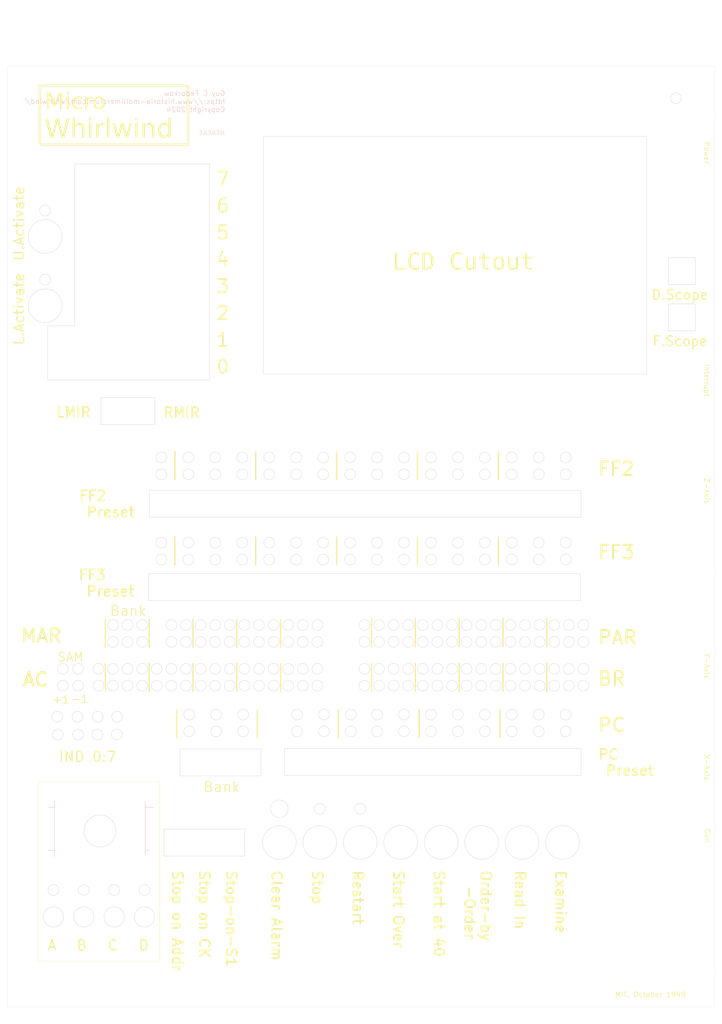
<source format=kicad_pcb>
(kicad_pcb (version 20240108) (generator "pcbnew") (generator_version "8.0")
  (layers (0 "F.Cu" signal) (31 "B.Cu" signal) (34 "B.Paste" user) (35 "F.Paste" user) (36 "B.SilkS" user "B.Silkscreen") (37 "F.SilkS" user "F.Silkscreen") (38 "B.Mask" user) (39 "F.Mask" user) (44 "Edge.Cuts" user))
  (net 0 "")
  (footprint "mWW-Project-Library:MountingHole_4_40_body" (layer "F.Cu") (at 227 73)
    (property "Reference" "H2" (hide yes))
    (property "Value" "MountingHole")
    (pad "" np_thru_hole circle (at 0 0) (size 3 3) (drill 3) (layers "*.Cu" "*.Mask"))
  )
  (footprint "mWW-Project-Library:Null-FootPrint" (layer "F.Cu") (at 49.4996 150.24 90)
    (property "Reference" "SW2" (hide yes))
    (property "Value" "mSW_Push_LEDx8" (hide yes))
  )
  (footprint "mWW-Library:LED_D3.0mm_8x_bank_panel" (layer "F.Cu") (at 65.75 177.79 -90)
    (property "Reference" "mD11" (hide yes))
    (property "Value" "~")
    (fp_circle (center 1.27 0) (end 2.87 0) (stroke (width 0.1)) (fill none) (layer "Edge.Cuts"))
    (fp_circle (center 1.27 -8) (end 2.87 -8) (stroke (width 0.1)) (fill none) (layer "Edge.Cuts"))
    (fp_circle (center 1.27 -16) (end 2.87 -16) (stroke (width 0.1)) (fill none) (layer "Edge.Cuts"))
    (fp_circle (center 1.27 -24) (end 2.87 -24) (stroke (width 0.1)) (fill none) (layer "Edge.Cuts"))
    (fp_circle (center 1.27 -32) (end 2.87 -32) (stroke (width 0.1)) (fill none) (layer "Edge.Cuts"))
    (fp_circle (center 1.27 -40) (end 2.87 -40) (stroke (width 0.1)) (fill none) (layer "Edge.Cuts"))
    (fp_circle (center 1.27 -48) (end 2.87 -48) (stroke (width 0.1)) (fill none) (layer "Edge.Cuts"))
    (fp_circle (center 1.27 -56) (end 2.87 -56) (stroke (width 0.1)) (fill none) (layer "Edge.Cuts"))
  )
  (footprint "mWW-Library:LED_D3.0mm_panel_cut" (layer "F.Cu") (at 41 240.48 -90)
    (property "Reference" "D10" (hide yes))
    (property "Value" "LED" (hide yes))
    (fp_circle (center 1.25 0) (end 2.85 0) (stroke (width 0.1)) (fill none) (layer "Edge.Cuts"))
  )
  (footprint "mWW-Library:LED_D3.0mm_6x_bank_panel" (layer "F.Cu") (at 66 254.04 -90)
    (property "Reference" "mD20" (hide yes))
    (property "Value" "~")
    (fp_circle (center 1.27 -8) (end 2.87 -8) (stroke (width 0.1)) (fill none) (layer "Edge.Cuts"))
    (fp_circle (center 1.27 -16) (end 2.87 -16) (stroke (width 0.1)) (fill none) (layer "Edge.Cuts"))
    (fp_circle (center 1.27 -24) (end 2.87 -24) (stroke (width 0.1)) (fill none) (layer "Edge.Cuts"))
    (fp_circle (center 1.27 -40) (end 2.87 -40) (stroke (width 0.1)) (fill none) (layer "Edge.Cuts"))
    (fp_circle (center 1.27 -48) (end 2.87 -48) (stroke (width 0.1)) (fill none) (layer "Edge.Cuts"))
    (fp_circle (center 1.27 -56) (end 2.87 -56) (stroke (width 0.1)) (fill none) (layer "Edge.Cuts"))
  )
  (footprint "mWW-Library:ILS-TB-140-SW_PUSH_and_LED_6mm_panel" (layer "F.Cu") (at 217 116.3)
    (property "Reference" "SW40" (hide yes))
    (property "Value" "SW_Push_LED")
    (fp_rect (start -0.8 -1.4996) (end 7.2 6.5004) (stroke (width 0.1)) (fill none) (layer "Edge.Cuts"))
  )
  (footprint "mWW-Project-Library:Null-FootPrint" (layer "F.Cu") (at 189.5 190.28 180)
    (property "Reference" "SW20" (hide yes))
    (property "Value" "mSW_Push_LEDx8" (hide yes))
  )
  (footprint "mWW-Library:LED_D3.0mm_16x_bank_panel" (layer "F.Cu") (at 126 240.48 -90)
    (property "Reference" "mD4" (hide yes))
    (property "Value" "~")
    (fp_circle (center 1.27 0) (end 2.87 0) (stroke (width 0.1)) (fill none) (layer "Edge.Cuts"))
    (fp_circle (center 1.27 -4.333338) (end 2.87 -4.333338) (stroke (width 0.1)) (fill none) (layer "Edge.Cuts"))
    (fp_circle (center 1.27 -8.666671) (end 2.87 -8.666671) (stroke (width 0.1)) (fill none) (layer "Edge.Cuts"))
    (fp_circle (center 1.27 -13.000004) (end 2.87 -13.000004) (stroke (width 0.1)) (fill none) (layer "Edge.Cuts"))
    (fp_circle (center 1.27 -17.333337) (end 2.87 -17.333337) (stroke (width 0.1)) (fill none) (layer "Edge.Cuts"))
    (fp_circle (center 1.27 -21.66667) (end 2.87 -21.66667) (stroke (width 0.1)) (fill none) (layer "Edge.Cuts"))
    (fp_circle (center 1.27 -26.000003) (end 2.87 -26.000003) (stroke (width 0.1)) (fill none) (layer "Edge.Cuts"))
    (fp_circle (center 1.27 -30.333336) (end 2.87 -30.333336) (stroke (width 0.1)) (fill none) (layer "Edge.Cuts"))
    (fp_circle (center 1.27 -34.666669) (end 2.87 -34.666669) (stroke (width 0.1)) (fill none) (layer "Edge.Cuts"))
    (fp_circle (center 1.27 -39.000002) (end 2.87 -39.000002) (stroke (width 0.1)) (fill none) (layer "Edge.Cuts"))
    (fp_circle (center 1.27 -43.333335) (end 2.87 -43.333335) (stroke (width 0.1)) (fill none) (layer "Edge.Cuts"))
    (fp_circle (center 1.27 -47.666668) (end 2.87 -47.666668) (stroke (width 0.1)) (fill none) (layer "Edge.Cuts"))
    (fp_circle (center 1.27 -52.000001) (end 2.87 -52.000001) (stroke (width 0.1)) (fill none) (layer "Edge.Cuts"))
    (fp_circle (center 1.27 -56.333334) (end 2.87 -56.333334) (stroke (width 0.1)) (fill none) (layer "Edge.Cuts"))
    (fp_circle (center 1.27 -60.666667) (end 2.87 -60.666667) (stroke (width 0.1)) (fill none) (layer "Edge.Cuts"))
    (fp_circle (center 1.27 -65) (end 2.87 -65) (stroke (width 0.1)) (fill none) (layer "Edge.Cuts"))
  )
  (footprint "mWW-Project-Library:MountingHole_4_40_body" (layer "F.Cu") (at 23 208)
    (property "Reference" "H6" (hide yes))
    (property "Value" "MountingHole")
    (pad "" np_thru_hole circle (at 0 0) (size 3 3) (drill 3) (layers "*.Cu" "*.Mask"))
  )
  (footprint "mWW-Library:ILS-TB-140-SW_PUSH_LED_round_panel" (layer "F.Cu") (at 157.5357 285.855)
    (property "Reference" "SW30" (hide yes))
    (property "Value" "SW_Push_LED")
    (fp_circle (center 3.25 2.375) (end 8.25 2.375) (stroke (width 0.1)) (fill none) (layer "Edge.Cuts"))
  )
  (footprint "mWW-Library:Null-FootPrint" (layer "F.Cu") (at 27.218 190.525 180)
    (property "Reference" "C2" (hide yes))
    (property "Value" "0.1uF" (hide yes))
  )
  (footprint "mWW-Library:Null-FootPrint" (layer "F.Cu") (at 58.035 170.525)
    (property "Reference" "U3" (hide yes))
    (property "Value" "TCA8418RTWR" (hide yes))
  )
  (footprint "mWW-Project-Library:MountingHole_4_40_body" (layer "F.Cu") (at 23 73)
    (property "Reference" "H1" (hide yes))
    (property "Value" "MountingHole")
    (pad "" np_thru_hole circle (at 0 0) (size 3 3) (drill 3) (layers "*.Cu" "*.Mask"))
  )
  (footprint "mWW-Library:Null-FootPrint" (layer "F.Cu") (at 55.849 266.04)
    (property "Reference" "R8" (hide yes))
    (property "Value" "2.2K" (hide yes))
  )
  (footprint "mWW-Library:Null-FootPrint" (layer "F.Cu") (at 27.218 193.525)
    (property "Reference" "R3" (hide yes))
    (property "Value" "6.8K" (hide yes))
  )
  (footprint "mWW-Library:Null-FootPrint" (layer "F.Cu") (at 186.599 303.75)
    (property "Reference" "R15" (hide yes))
    (property "Value" "10K" (hide yes))
  )
  (footprint "mWW-Library:LED_D3.0mm_panel_cut" (layer "F.Cu") (at 112.75 277 -90)
    (property "Reference" "D15" (hide yes))
    (property "Value" "LED" (hide yes))
    (fp_circle (center 1.25 0) (end 2.85 0) (stroke (width 0.1)) (fill none) (layer "Edge.Cuts"))
  )
  (footprint "mWW-Library:Null-FootPrint" (layer "F.Cu") (at 36.5 220.04)
    (property "Reference" "U5" (hide yes))
    (property "Value" "IS31FL3731-SA" (hide yes))
  )
  (footprint "mWW-Library:Null-FootPrint" (layer "F.Cu") (at 220 98.25)
    (property "Reference" "Q2" (hide yes))
    (property "Value" "BSS138" (hide yes))
  )
  (footprint "mWW-Library:Null-FootPrint" (layer "F.Cu") (at 65.75 268.5)
    (property "Reference" "U4" (hide yes))
    (property "Value" "TCA8418RTWR" (hide yes))
  )
  (footprint "mWW-Library:LED_D3.0mm_8x_bank_panel" (layer "F.Cu") (at 129.75 172.79 -90)
    (property "Reference" "mD9" (hide yes))
    (property "Value" "~")
    (fp_circle (center 1.27 0) (end 2.87 0) (stroke (width 0.1)) (fill none) (layer "Edge.Cuts"))
    (fp_circle (center 1.27 -8) (end 2.87 -8) (stroke (width 0.1)) (fill none) (layer "Edge.Cuts"))
    (fp_circle (center 1.27 -16) (end 2.87 -16) (stroke (width 0.1)) (fill none) (layer "Edge.Cuts"))
    (fp_circle (center 1.27 -24) (end 2.87 -24) (stroke (width 0.1)) (fill none) (layer "Edge.Cuts"))
    (fp_circle (center 1.27 -32) (end 2.87 -32) (stroke (width 0.1)) (fill none) (layer "Edge.Cuts"))
    (fp_circle (center 1.27 -40) (end 2.87 -40) (stroke (width 0.1)) (fill none) (layer "Edge.Cuts"))
    (fp_circle (center 1.27 -48) (end 2.87 -48) (stroke (width 0.1)) (fill none) (layer "Edge.Cuts"))
    (fp_circle (center 1.27 -56) (end 2.87 -56) (stroke (width 0.1)) (fill none) (layer "Edge.Cuts"))
  )
  (footprint "mWW-Project-Library:Null-FootPrint" (layer "F.Cu") (at 94.45 266.93 180)
    (property "Reference" "SW12" (hide yes))
    (property "Value" "SW_Push_LED" (hide yes))
  )
  (footprint "mWW-Library:Null-FootPrint" (layer "F.Cu") (at 195.468 252.25)
    (property "Reference" "R10" (hide yes))
    (property "Value" "6.8k" (hide yes))
  )
  (footprint "mWW-Library:Null-FootPrint" (layer "F.Cu") (at 195.468 267)
    (property "Reference" "U10" (hide yes))
    (property "Value" "4001" (hide yes))
  )
  (footprint "mWW-Library:LED_D3.0mm_8x_bank_panel" (layer "F.Cu") (at 129.75 198.04 -90)
    (property "Reference" "mD14" (hide yes))
    (property "Value" "~")
    (fp_circle (center 1.27 0) (end 2.87 0) (stroke (width 0.1)) (fill none) (layer "Edge.Cuts"))
    (fp_circle (center 1.27 -8) (end 2.87 -8) (stroke (width 0.1)) (fill none) (layer "Edge.Cuts"))
    (fp_circle (center 1.27 -16) (end 2.87 -16) (stroke (width 0.1)) (fill none) (layer "Edge.Cuts"))
    (fp_circle (center 1.27 -24) (end 2.87 -24) (stroke (width 0.1)) (fill none) (layer "Edge.Cuts"))
    (fp_circle (center 1.27 -32) (end 2.87 -32) (stroke (width 0.1)) (fill none) (layer "Edge.Cuts"))
    (fp_circle (center 1.27 -40) (end 2.87 -40) (stroke (width 0.1)) (fill none) (layer "Edge.Cuts"))
    (fp_circle (center 1.27 -48) (end 2.87 -48) (stroke (width 0.1)) (fill none) (layer "Edge.Cuts"))
    (fp_circle (center 1.27 -56) (end 2.87 -56) (stroke (width 0.1)) (fill none) (layer "Edge.Cuts"))
  )
  (footprint "mWW-Library:Null-FootPrint" (layer "F.Cu") (at 91.75 40)
    (property "Reference" "Q1" (hide yes))
    (property "Value" "IRF5305" (hide yes))
  )
  (footprint "mWW-Library:LED_D3.0mm_8x_bank_panel" (layer "F.Cu") (at 65.75 198.04 -90)
    (property "Reference" "mD12" (hide yes))
    (property "Value" "~")
    (fp_circle (center 1.27 0) (end 2.87 0) (stroke (width 0.1)) (fill none) (layer "Edge.Cuts"))
    (fp_circle (center 1.27 -8) (end 2.87 -8) (stroke (width 0.1)) (fill none) (layer "Edge.Cuts"))
    (fp_circle (center 1.27 -16) (end 2.87 -16) (stroke (width 0.1)) (fill none) (layer "Edge.Cuts"))
    (fp_circle (center 1.27 -24) (end 2.87 -24) (stroke (width 0.1)) (fill none) (layer "Edge.Cuts"))
    (fp_circle (center 1.27 -32) (end 2.87 -32) (stroke (width 0.1)) (fill none) (layer "Edge.Cuts"))
    (fp_circle (center 1.27 -40) (end 2.87 -40) (stroke (width 0.1)) (fill none) (layer "Edge.Cuts"))
    (fp_circle (center 1.27 -48) (end 2.87 -48) (stroke (width 0.1)) (fill none) (layer "Edge.Cuts"))
    (fp_circle (center 1.27 -56) (end 2.87 -56) (stroke (width 0.1)) (fill none) (layer "Edge.Cuts"))
  )
  (footprint "mWW-Library:LED_D3.0mm_14x_bank_panel" (layer "F.Cu") (at 47.05 227.48 -90)
    (property "Reference" "mD1" (hide yes))
    (property "Value" "~" (hide yes))
    (fp_circle (center 1.27 -4.333338) (end 2.87 -4.333338) (stroke (width 0.1)) (fill none) (layer "Edge.Cuts"))
    (fp_circle (center 1.27 -8.666671) (end 2.87 -8.666671) (stroke (width 0.1)) (fill none) (layer "Edge.Cuts"))
    (fp_circle (center 1.27 -13.000004) (end 2.87 -13.000004) (stroke (width 0.1)) (fill none) (layer "Edge.Cuts"))
    (fp_circle (center 1.27 -21.66667) (end 2.87 -21.66667) (stroke (width 0.1)) (fill none) (layer "Edge.Cuts"))
    (fp_circle (center 1.27 -26.000003) (end 2.87 -26.000003) (stroke (width 0.1)) (fill none) (layer "Edge.Cuts"))
    (fp_circle (center 1.27 -30.333336) (end 2.87 -30.333336) (stroke (width 0.1)) (fill none) (layer "Edge.Cuts"))
    (fp_circle (center 1.27 -34.666669) (end 2.87 -34.666669) (stroke (width 0.1)) (fill none) (layer "Edge.Cuts"))
    (fp_circle (center 1.27 -39.000002) (end 2.87 -39.000002) (stroke (width 0.1)) (fill none) (layer "Edge.Cuts"))
    (fp_circle (center 1.27 -43.333335) (end 2.87 -43.333335) (stroke (width 0.1)) (fill none) (layer "Edge.Cuts"))
    (fp_circle (center 1.27 -47.666668) (end 2.87 -47.666668) (stroke (width 0.1)) (fill none) (layer "Edge.Cuts"))
    (fp_circle (center 1.27 -52.000001) (end 2.87 -52.000001) (stroke (width 0.1)) (fill none) (layer "Edge.Cuts"))
    (fp_circle (center 1.27 -56.333334) (end 2.87 -56.333334) (stroke (width 0.1)) (fill none) (layer "Edge.Cuts"))
    (fp_circle (center 1.27 -60.666667) (end 2.87 -60.666667) (stroke (width 0.1)) (fill none) (layer "Edge.Cuts"))
    (fp_circle (center 1.27 -65) (end 2.87 -65) (stroke (width 0.1)) (fill none) (layer "Edge.Cuts"))
  )
  (footprint "mWW-Library:Null-FootPrint" (layer "F.Cu") (at 27.218 200.5)
    (property "Reference" "R1" (hide yes))
    (property "Value" "6.8k" (hide yes))
  )
  (footprint "mWW-Library:LED_D3.0mm_8x_bank_panel" (layer "F.Cu") (at 129.75 249.04 -90)
    (property "Reference" "mD17" (hide yes))
    (property "Value" "~")
    (fp_circle (center 1.27 0) (end 2.87 0) (stroke (width 0.1)) (fill none) (layer "Edge.Cuts"))
    (fp_circle (center 1.27 -8) (end 2.87 -8) (stroke (width 0.1)) (fill none) (layer "Edge.Cuts"))
    (fp_circle (center 1.27 -16) (end 2.87 -16) (stroke (width 0.1)) (fill none) (layer "Edge.Cuts"))
    (fp_circle (center 1.27 -24) (end 2.87 -24) (stroke (width 0.1)) (fill none) (layer "Edge.Cuts"))
    (fp_circle (center 1.27 -32) (end 2.87 -32) (stroke (width 0.1)) (fill none) (layer "Edge.Cuts"))
    (fp_circle (center 1.27 -40) (end 2.87 -40) (stroke (width 0.1)) (fill none) (layer "Edge.Cuts"))
    (fp_circle (center 1.27 -48) (end 2.87 -48) (stroke (width 0.1)) (fill none) (layer "Edge.Cuts"))
    (fp_circle (center 1.27 -56) (end 2.87 -56) (stroke (width 0.1)) (fill none) (layer "Edge.Cuts"))
  )
  (footprint "mWW-Library:Null-FootPrint" (layer "F.Cu") (at 48.6 171.315)
    (property "Reference" "U6" (hide yes))
    (property "Value" "LTC4316IDD_PBF" (hide yes))
  )
  (footprint "mWW-Library:Null-FootPrint" (layer "F.Cu") (at 210.25 282.25)
    (property "Reference" "TP2" (hide yes))
    (property "Value" "TestPoint" (hide yes))
  )
  (footprint "mWW-Library:ILS-TB-140-SW_PUSH_LED_round_panel" (layer "F.Cu") (at 133.5214 285.855)
    (property "Reference" "SW32" (hide yes))
    (property "Value" "SW_Push_LED")
    (fp_circle (center 3.25 2.375) (end 8.25 2.375) (stroke (width 0.1)) (fill none) (layer "Edge.Cuts"))
  )
  (footprint "mWW-Project-Library:Null-FootPrint" (layer "F.Cu") (at 189.5 266.93 180)
    (property "Reference" "SW18" (hide yes))
    (property "Value" "mSW_Push_LEDx8" (hide yes))
  )
  (footprint "mWW-Project-Library:Null-FootPrint" (layer "F.Cu") (at 65.5 150.24 90)
    (property "Reference" "SW4" (hide yes))
    (property "Value" "mSW_Push_LEDx8" (hide yes))
  )
  (footprint "mWW-Library:Null-FootPrint" (layer "F.Cu") (at 195.468 255.25)
    (property "Reference" "R9" (hide yes))
    (property "Value" "6.8k" (hide yes))
  )
  (footprint "mWW-Library:LED_D3.0mm_16x_bank_panel" (layer "F.Cu") (at 126 227.48 -90)
    (property "Reference" "mD2" (hide yes))
    (property "Value" "~")
    (fp_circle (center 1.27 0) (end 2.87 0) (stroke (width 0.1)) (fill none) (layer "Edge.Cuts"))
    (fp_circle (center 1.27 -4.333338) (end 2.87 -4.333338) (stroke (width 0.1)) (fill none) (layer "Edge.Cuts"))
    (fp_circle (center 1.27 -8.666671) (end 2.87 -8.666671) (stroke (width 0.1)) (fill none) (layer "Edge.Cuts"))
    (fp_circle (center 1.27 -13.000004) (end 2.87 -13.000004) (stroke (width 0.1)) (fill none) (layer "Edge.Cuts"))
    (fp_circle (center 1.27 -17.333337) (end 2.87 -17.333337) (stroke (width 0.1)) (fill none) (layer "Edge.Cuts"))
    (fp_circle (center 1.27 -21.66667) (end 2.87 -21.66667) (stroke (width 0.1)) (fill none) (layer "Edge.Cuts"))
    (fp_circle (center 1.27 -26.000003) (end 2.87 -26.000003) (stroke (width 0.1)) (fill none) (layer "Edge.Cuts"))
    (fp_circle (center 1.27 -30.333336) (end 2.87 -30.333336) (stroke (width 0.1)) (fill none) (layer "Edge.Cuts"))
    (fp_circle (center 1.27 -34.666669) (end 2.87 -34.666669) (stroke (width 0.1)) (fill none) (layer "Edge.Cuts"))
    (fp_circle (center 1.27 -39.000002) (end 2.87 -39.000002) (stroke (width 0.1)) (fill none) (layer "Edge.Cuts"))
    (fp_circle (center 1.27 -43.333335) (end 2.87 -43.333335) (stroke (width 0.1)) (fill none) (layer "Edge.Cuts"))
    (fp_circle (center 1.27 -47.666668) (end 2.87 -47.666668) (stroke (width 0.1)) (fill none) (layer "Edge.Cuts"))
    (fp_circle (center 1.27 -52.000001) (end 2.87 -52.000001) (stroke (width 0.1)) (fill none) (layer "Edge.Cuts"))
    (fp_circle (center 1.27 -56.333334) (end 2.87 -56.333334) (stroke (width 0.1)) (fill none) (layer "Edge.Cuts"))
    (fp_circle (center 1.27 -60.666667) (end 2.87 -60.666667) (stroke (width 0.1)) (fill none) (layer "Edge.Cuts"))
    (fp_circle (center 1.27 -65) (end 2.87 -65) (stroke (width 0.1)) (fill none) (layer "Edge.Cuts"))
  )
  (footprint "mWW-Library:LED_D3.0mm_8x_bank_panel" (layer "F.Cu") (at 129.75 177.79 -90)
    (property "Reference" "mD10" (hide yes))
    (property "Value" "~")
    (fp_circle (center 1.27 0) (end 2.87 0) (stroke (width 0.1)) (fill none) (layer "Edge.Cuts"))
    (fp_circle (center 1.27 -8) (end 2.87 -8) (stroke (width 0.1)) (fill none) (layer "Edge.Cuts"))
    (fp_circle (center 1.27 -16) (end 2.87 -16) (stroke (width 0.1)) (fill none) (layer "Edge.Cuts"))
    (fp_circle (center 1.27 -24) (end 2.87 -24) (stroke (width 0.1)) (fill none) (layer "Edge.Cuts"))
    (fp_circle (center 1.27 -32) (end 2.87 -32) (stroke (width 0.1)) (fill none) (layer "Edge.Cuts"))
    (fp_circle (center 1.27 -40) (end 2.87 -40) (stroke (width 0.1)) (fill none) (layer "Edge.Cuts"))
    (fp_circle (center 1.27 -48) (end 2.87 -48) (stroke (width 0.1)) (fill none) (layer "Edge.Cuts"))
    (fp_circle (center 1.27 -56) (end 2.87 -56) (stroke (width 0.1)) (fill none) (layer "Edge.Cuts"))
  )
  (footprint "mWW-Library:ILS-TB-140-SW_PUSH_LED_round_panel" (layer "F.Cu") (at 28 106.14)
    (property "Reference" "SW11" (hide yes))
    (property "Value" "SW_Push_LED")
    (fp_circle (center 3.25 2.375) (end 8.25 2.375) (stroke (width 0.1)) (fill none) (layer "Edge.Cuts"))
  )
  (footprint "mWW-Library:ILS-TB-140-SW_PUSH_and_LED_6mm_panel" (layer "F.Cu") (at 217 130)
    (property "Reference" "SW39" (hide yes))
    (property "Value" "SW_Push_LED")
    (fp_rect (start -0.8 -1.4996) (end 7.2 6.5004) (stroke (width 0.1)) (fill none) (layer "Edge.Cuts"))
  )
  (footprint "mWW-Library:ILS-TB-140-SW_PUSH_LED_round_panel" (layer "F.Cu") (at 97.5 285.895)
    (property "Reference" "SW35" (hide yes))
    (property "Value" "SW_Push_LED")
    (fp_circle (center 3.25 2.375) (end 8.25 2.375) (stroke (width 0.1)) (fill none) (layer "Edge.Cuts"))
  )
  (footprint "mWW-Project-Library:Null-FootPrint" (layer "F.Cu") (at 56.55 157.8)
    (property "Reference" "SW8" (hide yes))
    (property "Value" "SW_Push_LED" (hide yes))
  )
  (footprint "mWW-Library:LED_D3.0mm_panel_cut" (layer "F.Cu") (at 39.765 256.23)
    (property "Reference" "D6" (hide yes))
    (property "Value" "LED")
    (fp_circle (center 1.25 0) (end 2.85 0) (stroke (width 0.1)) (fill none) (layer "Edge.Cuts"))
  )
  (footprint "mWW-Library:LED_D3.0mm_panel_cut" (layer "F.Cu") (at 33.5965 250.9523)
    (property "Reference" "D1" (hide yes))
    (property "Value" "LED")
    (fp_circle (center 1.25 0) (end 2.85 0) (stroke (width 0.1)) (fill none) (layer "Edge.Cuts"))
  )
  (footprint "mWW-Project-Library:Null-FootPrint" (layer "F.Cu") (at 117.45 266.93 180)
    (property "Reference" "SW14" (hide yes))
    (property "Value" "SW_Push_LED" (hide yes))
  )
  (footprint "mWW-Project-Library:Null-FootPrint" (layer "F.Cu") (at 86.45 266.98 180)
    (property "Reference" "SW23" (hide yes))
    (property "Value" "SW_Push_LED" (hide yes))
  )
  (footprint "mWW-Library:LED_D3.0mm_panel_cut" (layer "F.Cu") (at 51.3615 250.9523)
    (property "Reference" "D4" (hide yes))
    (property "Value" "LED")
    (fp_circle (center 1.25 0) (end 2.85 0) (stroke (width 0.1)) (fill none) (layer "Edge.Cuts"))
  )
  (footprint "mWW-Library:LED_D3.0mm_panel_cut" (layer "F.Cu") (at 33.765 256.23)
    (property "Reference" "D5" (hide yes))
    (property "Value" "LED")
    (fp_circle (center 1.25 0) (end 2.85 0) (stroke (width 0.1)) (fill none) (layer "Edge.Cuts"))
  )
  (footprint "mWW-Library:LED_D3.0mm_8x_bank_panel" (layer "F.Cu") (at 65.75 203.09 -90)
    (property "Reference" "mD15" (hide yes))
    (property "Value" "~")
    (fp_circle (center 1.27 0) (end 2.87 0) (stroke (width 0.1)) (fill none) (layer "Edge.Cuts"))
    (fp_circle (center 1.27 -8) (end 2.87 -8) (stroke (width 0.1)) (fill none) (layer "Edge.Cuts"))
    (fp_circle (center 1.27 -16) (end 2.87 -16) (stroke (width 0.1)) (fill none) (layer "Edge.Cuts"))
    (fp_circle (center 1.27 -24) (end 2.87 -24) (stroke (width 0.1)) (fill none) (layer "Edge.Cuts"))
    (fp_circle (center 1.27 -32) (end 2.87 -32) (stroke (width 0.1)) (fill none) (layer "Edge.Cuts"))
    (fp_circle (center 1.27 -40) (end 2.87 -40) (stroke (width 0.1)) (fill none) (layer "Edge.Cuts"))
    (fp_circle (center 1.27 -48) (end 2.87 -48) (stroke (width 0.1)) (fill none) (layer "Edge.Cuts"))
    (fp_circle (center 1.27 -56) (end 2.87 -56) (stroke (width 0.1)) (fill none) (layer "Edge.Cuts"))
  )
  (footprint "mWW-Project-Library:Logo-Large" (layer "F.Cu") (at 37.8 66.8)
    (property "Reference" "L1" (hide yes))
    (property "Value" "~")
  )
  (footprint "mWW-Library:Null-FootPrint" (layer "F.Cu") (at 27.218 201.5 180)
    (property "Reference" "C1" (hide yes))
    (property "Value" "0.1uF" (hide yes))
  )
  (footprint "mWW-Library:Rotary-Daughter-PCB-panel" (layer "F.Cu") (at 33.9785 277.8983)
    (property "Reference" "U7" (hide yes))
    (property "Value" "~")
    (fp_circle (center -0.2552 24.4504) (end 1.3448 24.4504) (stroke (width 0.1)) (fill none) (layer "Edge.Cuts"))
    (fp_circle (center -0.2552 32.4354) (end 2.7448 32.4354) (stroke (width 0.1)) (fill none) (layer "Edge.Cuts"))
    (fp_circle (center 8.7448 24.4504) (end 10.3448 24.4504) (stroke (width 0.1)) (fill none) (layer "Edge.Cuts"))
    (fp_circle (center 8.7448 32.4354) (end 11.7448 32.4354) (stroke (width 0.1)) (fill none) (layer "Edge.Cuts"))
    (fp_circle (center 13.5502 6.93) (end 18.3002 6.93) (stroke (width 0.1)) (fill none) (layer "Edge.Cuts"))
    (fp_circle (center 17.7448 24.4504) (end 19.3448 24.4504) (stroke (width 0.1)) (fill none) (layer "Edge.Cuts"))
    (fp_circle (center 17.7448 32.4354) (end 20.7448 32.4354) (stroke (width 0.1)) (fill none) (layer "Edge.Cuts"))
    (fp_circle (center 26.7448 24.4504) (end 28.3448 24.4504) (stroke (width 0.1)) (fill none) (layer "Edge.Cuts"))
    (fp_circle (center 26.7448 32.4354) (end 29.7448 32.4354) (stroke (width 0.1)) (fill none) (layer "Edge.Cuts"))
  )
  (footprint "mWW-Project-Library:Null-FootPrint" (layer "F.Cu") (at 125.45 266.93 180)
    (property "Reference" "SW15" (hide yes))
    (property "Value" "SW_Push_LED" (hide yes))
  )
  (footprint "mWW-Library:Null-FootPrint" (layer "F.Cu") (at 39 227.79 180)
    (property "Reference" "C3" (hide yes))
    (property "Value" "0.1uF" (hide yes))
  )
  (footprint "mWW-Library:LED_D3.0mm_panel_cut" (layer "F.Cu") (at 39.5965 250.9523)
    (property "Reference" "D2" (hide yes))
    (property "Value" "LED")
    (fp_circle (center 1.25 0) (end 2.85 0) (stroke (width 0.1)) (fill none) (layer "Edge.Cuts"))
  )
  (footprint "mWW-Library:LED_D3.0mm_panel_cut" (layer "F.Cu") (at 29.975 121.29)
    (property "Reference" "D17" (hide yes))
    (property "Value" "LED")
    (fp_circle (center 1.25 0) (end 2.85 0) (stroke (width 0.1)) (fill none) (layer "Edge.Cuts"))
  )
  (footprint "mWW-Library:Null-FootPrint" (layer "F.Cu") (at 54.35 183.025)
    (property "Reference" "U2" (hide yes))
    (property "Value" "IS31FL3731-SA" (hide yes))
  )
  (footprint "mWW-Project-Library:MountingHole_4_40_body" (layer "F.Cu") (at 227 325.79)
    (property "Reference" "H3" (hide yes))
    (property "Value" "MountingHole")
    (pad "" np_thru_hole circle (at 0 0) (size 3 3) (drill 3) (layers "*.Cu" "*.Mask"))
  )
  (footprint "mWW-Project-Library:Null-FootPrint" (layer "F.Cu") (at 48.55 157.8)
    (property "Reference" "SW9" (hide yes))
    (property "Value" "SW_Push_LED" (hide yes))
  )
  (footprint "mWW-Project-Library:Null-FootPrint" (layer "F.Cu") (at 33.5 150.24 90)
    (property "Reference" "SW6" (hide yes))
    (property "Value" "SW_Push_LED" (hide yes))
  )
  (footprint "mWW-Library:Null-FootPrint" (layer "F.Cu") (at 27.218 204.5)
    (property "Reference" "R5" (hide yes))
    (property "Value" "6.8K" (hide yes))
  )
  (footprint "mWW-Library:Null-FootPrint" (layer "F.Cu") (at 42.9551 163.25 180)
    (property "Reference" "C9" (hide yes))
    (property "Value" "22uf" (hide yes))
  )
  (footprint "mWW-Library:Null-FootPrint" (layer "F.Cu") (at 195.82619 195.401 90)
    (property "Reference" "R11" (hide yes))
    (property "Value" "470" (hide yes))
  )
  (footprint "mWW-Library:LED_D3.0mm_panel_cut" (layer "F.Cu") (at 36.5 235.48 -90)
    (property "Reference" "D11" (hide yes))
    (property "Value" "LED" (hide yes))
    (fp_circle (center 1.25 0) (end 2.85 0) (stroke (width 0.1)) (fill none) (layer "Edge.Cuts"))
  )
  (footprint "mWW-Project-Library:Null-FootPrint" (layer "F.Cu") (at 189.5 214.98 180)
    (property "Reference" "SW22" (hide yes))
    (property "Value" "mSW_Push_LEDx8" (hide yes))
  )
  (footprint "mWW-Library:Null-FootPrint" (layer "F.Cu") (at 43.75 179.849 90)
    (property "Reference" "R12" (hide yes))
    (property "Value" "10K" (hide yes))
  )
  (footprint "mWW-Library:Null-FootPrint" (layer "F.Cu") (at 197.373808 194.79 90)
    (property "Reference" "J8" (hide yes))
    (property "Value" "Conn_01x03" (hide yes))
  )
  (footprint "mWW-Library:Null-FootPrint" (layer "F.Cu") (at 221.25 153.87 90)
    (property "Reference" "S4" (hide yes))
    (property "Value" "RA_Push" (hide yes))
  )
  (footprint "mWW-Project-Library:Null-FootPrint" (layer "F.Cu") (at 75.25 285.78)
    (property "Reference" "SW37" (hide yes))
    (property "Value" "SW_Push_LED" (hide yes))
  )
  (footprint "mWW-Library:Null-FootPrint" (layer "F.Cu") (at 218.5 282.79 90)
    (property "Reference" "J4" (hide yes))
    (property "Value" "Conn_01x03" (hide yes))
  )
  (footprint "mWW-Project-Library:Null-FootPrint" (layer "F.Cu") (at 83.25 285.78)
    (property "Reference" "SW38" (hide yes))
    (property "Value" "SW_Push_LED" (hide yes))
  )
  (footprint "mWW-Library:Null-FootPrint" (layer "F.Cu") (at 195.468 259.5 180)
    (property "Reference" "C5" (hide yes))
    (property "Value" "0.1uF" (hide yes))
  )
  (footprint "mWW-Project-Library:Null-FootPrint" (layer "F.Cu") (at 67.25 285.78)
    (property "Reference" "SW36" (hide yes))
    (property "Value" "SW_Push_LED" (hide yes))
  )
  (footprint "mWW-Project-Library:MountingHole_4_40_body" (layer "F.Cu") (at 125 61)
    (property "Reference" "H7" (hide yes))
    (property "Value" "MountingHole")
    (pad "" np_thru_hole circle (at 0 0) (size 3 3) (drill 3) (layers "*.Cu" "*.Mask"))
  )
  (footprint "mWW-Library:LCD-Cutout-Panel" (layer "F.Cu") (at 214 153.79)
    (property "Reference" "LCD1" (hide yes))
    (property "Value" "~")
    (fp_rect (start -118 -75) (end -4.25 -4.5) (stroke (width 0.1)) (fill none) (layer "Edge.Cuts"))
    (fp_text user "LCD Cutout" (at -79.6798 -34.5948 0) (layer "F.SilkS") (effects (font (size 5 5) (thickness 0.1)) (justify left bottom)))
  )
  (footprint "mWW-Library:LED_D3.0mm_16x_bank_panel" (layer "F.Cu") (at 126 222.48 -90)
    (property "Reference" "mD6" (hide yes))
    (property "Value" "~")
    (fp_circle (center 1.27 0) (end 2.87 0) (stroke (width 0.1)) (fill none) (layer "Edge.Cuts"))
    (fp_circle (center 1.27 -4.333338) (end 2.87 -4.333338) (stroke (width 0.1)) (fill none) (layer "Edge.Cuts"))
    (fp_circle (center 1.27 -8.666671) (end 2.87 -8.666671) (stroke (width 0.1)) (fill none) (layer "Edge.Cuts"))
    (fp_circle (center 1.27 -13.000004) (end 2.87 -13.000004) (stroke (width 0.1)) (fill none) (layer "Edge.Cuts"))
    (fp_circle (center 1.27 -17.333337) (end 2.87 -17.333337) (stroke (width 0.1)) (fill none) (layer "Edge.Cuts"))
    (fp_circle (center 1.27 -21.66667) (end 2.87 -21.66667) (stroke (width 0.1)) (fill none) (layer "Edge.Cuts"))
    (fp_circle (center 1.27 -26.000003) (end 2.87 -26.000003) (stroke (width 0.1)) (fill none) (layer "Edge.Cuts"))
    (fp_circle (center 1.27 -30.333336) (end 2.87 -30.333336) (stroke (width 0.1)) (fill none) (layer "Edge.Cuts"))
    (fp_circle (center 1.27 -34.666669) (end 2.87 -34.666669) (stroke (width 0.1)) (fill none) (layer "Edge.Cuts"))
    (fp_circle (center 1.27 -39.000002) (end 2.87 -39.000002) (stroke (width 0.1)) (fill none) (layer "Edge.Cuts"))
    (fp_circle (center 1.27 -43.333335) (end 2.87 -43.333335) (stroke (width 0.1)) (fill none) (layer "Edge.Cuts"))
    (fp_circle (center 1.27 -47.666668) (end 2.87 -47.666668) (stroke (width 0.1)) (fill none) (layer "Edge.Cuts"))
    (fp_circle (center 1.27 -52.000001) (end 2.87 -52.000001) (stroke (width 0.1)) (fill none) (layer "Edge.Cuts"))
    (fp_circle (center 1.27 -56.333334) (end 2.87 -56.333334) (stroke (width 0.1)) (fill none) (layer "Edge.Cuts"))
    (fp_circle (center 1.27 -60.666667) (end 2.87 -60.666667) (stroke (width 0.1)) (fill none) (layer "Edge.Cuts"))
    (fp_circle (center 1.27 -65) (end 2.87 -65) (stroke (width 0.1)) (fill none) (layer "Edge.Cuts"))
  )
  (footprint "mWW-Library:Null-FootPrint" (layer "F.Cu") (at 27.218 204.409)
    (property "Reference" "R2" (hide yes))
    (property "Value" "20K" (hide yes))
  )
  (footprint "mWW-Library:Null-FootPrint" (layer "F.Cu") (at 27.218 212.5)
    (property "Reference" "C11" (hide yes))
    (property "Value" "0.1uF" (hide yes))
  )
  (footprint "mWW-Library:Null-FootPrint" (layer "F.Cu") (at 42.75 171.099 -90)
    (property "Reference" "R7" (hide yes))
    (property "Value" "470" (hide yes))
  )
  (footprint "mWW-Library:Null-FootPrint" (layer "F.Cu") (at 27.218 196.684)
    (property "Reference" "R4" (hide yes))
    (property "Value" "20K" (hide yes))
  )
  (footprint "mWW-Library:LED_D3.0mm_panel_cut" (layer "F.Cu") (at 219.7 67.5 180)
    (property "Reference" "D14" (hide yes))
    (property "Value" "LED_Dual_AKA" (hide yes))
    (fp_circle (center 1.25 0) (end 2.85 0) (stroke (width 0.1)) (fill none) (layer "Edge.Cuts"))
  )
  (footprint "mWW-Library:ILS-TB-140-SW_PUSH_LED_round_panel" (layer "F.Cu") (at 181.55 285.855)
    (property "Reference" "SW28" (hide yes))
    (property "Value" "SW_Push_LED")
    (fp_circle (center 3.25 2.375) (end 8.25 2.375) (stroke (width 0.1)) (fill none) (layer "Edge.Cuts"))
  )
  (footprint "mWW-Project-Library:Null-FootPrint" (layer "F.Cu") (at 57.5 150.24 90)
    (property "Reference" "SW3" (hide yes))
    (property "Value" "mSW_Push_LEDx8" (hide yes))
  )
  (footprint "mWW-Project-Library:MountingHole_4_40_body" (layer "F.Cu") (at 23 325.79)
    (property "Reference" "H4" (hide yes))
    (property "Value" "MountingHole")
    (pad "" np_thru_hole circle (at 0 0) (size 3 3) (drill 3) (layers "*.Cu" "*.Mask"))
  )
  (footprint "mWW-Library:Null-FootPrint" (layer "F.Cu") (at 65.75 168.25)
    (property "Reference" "C7" (hide yes))
    (property "Value" "0.1uF" (hide yes))
  )
  (footprint "mWW-Library:LED_D3.0mm_panel_cut" (layer "F.Cu") (at 45.515 256.23)
    (property "Reference" "D7" (hide yes))
    (property "Value" "LED")
    (fp_circle (center 1.25 0) (end 2.85 0) (stroke (width 0.1)) (fill none) (layer "Edge.Cuts"))
  )
  (footprint "mWW-Library:Null-FootPrint" (layer "F.Cu") (at 52.1 175.525)
    (property "Reference" "C10" (hide yes))
    (property "Value" "0.1uF" (hide yes))
  )
  (footprint "mWW-Library:Null-FootPrint" (layer "F.Cu") (at 220.8719 91.54 90)
    (property "Reference" "S3" (hide yes))
    (property "Value" "RA_Push" (hide yes))
  )
  (footprint "mWW-Library:LED_D3.0mm_16x_bank_panel" (layer "F.Cu") (at 47.05 235.48 -90)
    (property "Reference" "mD7" (hide yes))
    (property "Value" "~" (hide yes))
    (fp_circle (center 1.27 0) (end 2.87 0) (stroke (width 0.1)) (fill none) (layer "Edge.Cuts"))
    (fp_circle (center 1.27 -4.333338) (end 2.87 -4.333338) (stroke (width 0.1)) (fill none) (layer "Edge.Cuts"))
    (fp_circle (center 1.27 -8.666671) (end 2.87 -8.666671) (stroke (width 0.1)) (fill none) (layer "Edge.Cuts"))
    (fp_circle (center 1.27 -13.000004) (end 2.87 -13.000004) (stroke (width 0.1)) (fill none) (layer "Edge.Cuts"))
    (fp_circle (center 1.27 -17.333337) (end 2.87 -17.333337) (stroke (width 0.1)) (fill none) (layer "Edge.Cuts"))
    (fp_circle (center 1.27 -21.66667) (end 2.87 -21.66667) (stroke (width 0.1)) (fill none) (layer "Edge.Cuts"))
    (fp_circle (center 1.27 -26.000003) (end 2.87 -26.000003) (stroke (width 0.1)) (fill none) (layer "Edge.Cuts"))
    (fp_circle (center 1.27 -30.333336) (end 2.87 -30.333336) (stroke (width 0.1)) (fill none) (layer "Edge.Cuts"))
    (fp_circle (center 1.27 -34.666669) (end 2.87 -34.666669) (stroke (width 0.1)) (fill none) (layer "Edge.Cuts"))
    (fp_circle (center 1.27 -39.000002) (end 2.87 -39.000002) (stroke (width 0.1)) (fill none) (layer "Edge.Cuts"))
    (fp_circle (center 1.27 -43.333335) (end 2.87 -43.333335) (stroke (width 0.1)) (fill none) (layer "Edge.Cuts"))
    (fp_circle (center 1.27 -47.666668) (end 2.87 -47.666668) (stroke (width 0.1)) (fill none) (layer "Edge.Cuts"))
    (fp_circle (center 1.27 -52.000001) (end 2.87 -52.000001) (stroke (width 0.1)) (fill none) (layer "Edge.Cuts"))
    (fp_circle (center 1.27 -56.333334) (end 2.87 -56.333334) (stroke (width 0.1)) (fill none) (layer "Edge.Cuts"))
    (fp_circle (center 1.27 -60.666667) (end 2.87 -60.666667) (stroke (width 0.1)) (fill none) (layer "Edge.Cuts"))
    (fp_circle (center 1.27 -65) (end 2.87 -65) (stroke (width 0.1)) (fill none) (layer "Edge.Cuts"))
  )
  (footprint "mWW-Library:LED_D3.0mm_8x_bank_panel" (layer "F.Cu") (at 65.75 172.79 -90)
    (property "Reference" "mD13" (hide yes))
    (property "Value" "~")
    (fp_circle (center 1.27 0) (end 2.87 0) (stroke (width 0.1)) (fill none) (layer "Edge.Cuts"))
    (fp_circle (center 1.27 -8) (end 2.87 -8) (stroke (width 0.1)) (fill none) (layer "Edge.Cuts"))
    (fp_circle (center 1.27 -16) (end 2.87 -16) (stroke (width 0.1)) (fill none) (layer "Edge.Cuts"))
    (fp_circle (center 1.27 -24) (end 2.87 -24) (stroke (width 0.1)) (fill none) (layer "Edge.Cuts"))
    (fp_circle (center 1.27 -32) (end 2.87 -32) (stroke (width 0.1)) (fill none) (layer "Edge.Cuts"))
    (fp_circle (center 1.27 -40) (end 2.87 -40) (stroke (width 0.1)) (fill none) (layer "Edge.Cuts"))
    (fp_circle (center 1.27 -48) (end 2.87 -48) (stroke (width 0.1)) (fill none) (layer "Edge.Cuts"))
    (fp_circle (center 1.27 -56) (end 2.87 -56) (stroke (width 0.1)) (fill none) (layer "Edge.Cuts"))
  )
  (footprint "mWW-Library:ILS-TB-140-SW_PUSH_LED_round_panel" (layer "F.Cu") (at 109.5071 285.855)
    (property "Reference" "SW34" (hide yes))
    (property "Value" "SW_Push_LED")
    (fp_circle (center 3.25 2.375) (end 8.25 2.375) (stroke (width 0.1)) (fill none) (layer "Edge.Cuts"))
  )
  (footprint "mWW-Project-Library:Null-FootPrint" (layer "F.Cu") (at 73.4996 150.24 90)
    (property "Reference" "SW5" (hide yes))
    (property "Value" "mSW_Push_LEDx8" (hide yes))
  )
  (footprint "mWW-Project-Library:MountingHole_4_40_body" (layer "F.Cu") (at 125 334)
    (property "Reference" "H8" (hide yes))
    (property "Value" "MountingHole")
    (pad "" np_thru_hole circle (at 0 0) (size 3 3) (drill 3) (layers "*.Cu" "*.Mask"))
  )
  (footprint "mWW-Project-Library:Null-FootPrint" (layer "F.Cu") (at 125.45 190.28 180)
    (property "Reference" "SW19" (hide yes))
    (property "Value" "mSW_Push_LEDx8" (hide yes))
  )
  (footprint "mWW-Library:LED_D3.0mm_panel_cut" (layer "F.Cu") (at 41 235.48 -90)
    (property "Reference" "D9" (hide yes))
    (property "Value" "LED" (hide yes))
    (fp_circle (center 1.25 0) (end 2.85 0) (stroke (width 0.1)) (fill none) (layer "Edge.Cuts"))
  )
  (footprint "mWW-Library:Null-FootPrint" (layer "F.Cu") (at 185.5 317.5)
    (property "Reference" "TP1" (hide yes))
    (property "Value" "TestPoint" (hide yes))
  )
  (footprint "mWW-Library:Null-FootPrint" (layer "F.Cu") (at 27.218 209)
    (property "Reference" "R6" (hide yes))
    (property "Value" "20K" (hide yes))
  )
  (footprint "mWW-Library:LED_D3.0mm_panel_cut" (layer "F.Cu") (at 124.75 277 -90)
    (property "Reference" "D13" (hide yes))
    (property "Value" "LED" (hide yes))
    (fp_circle (center 1.25 0) (end 2.85 0) (stroke (width 0.1)) (fill none) (layer "Edge.Cuts"))
  )
  (footprint "mWW-Library:ILS-TB-140-SW_PUSH_LED_round_panel" (layer "F.Cu") (at 121.5143 285.855)
    (property "Reference" "SW33" (hide yes))
    (property "Value" "SW_Push_LED")
    (fp_circle (center 3.25 2.375) (end 8.25 2.375) (stroke (width 0.1)) (fill none) (layer "Edge.Cuts"))
  )
  (footprint "mWW-Project-Library:Null-FootPrint" (layer "F.Cu") (at 125.25 214.98 180)
    (property "Reference" "SW21" (hide yes))
    (property "Value" "mSW_Push_LEDx8" (hide yes))
  )
  (footprint "mWW-Library:LED_D3.0mm_6x_bank_panel" (layer "F.Cu") (at 66 249.04 -90)
    (property "Reference" "mD18" (hide yes))
    (property "Value" "~")
    (fp_circle (center 1.27 -8) (end 2.87 -8) (stroke (width 0.1)) (fill none) (layer "Edge.Cuts"))
    (fp_circle (center 1.27 -16) (end 2.87 -16) (stroke (width 0.1)) (fill none) (layer "Edge.Cuts"))
    (fp_circle (center 1.27 -24) (end 2.87 -24) (stroke (width 0.1)) (fill none) (layer "Edge.Cuts"))
    (fp_circle (center 1.27 -40) (end 2.87 -40) (stroke (width 0.1)) (fill none) (layer "Edge.Cuts"))
    (fp_circle (center 1.27 -48) (end 2.87 -48) (stroke (width 0.1)) (fill none) (layer "Edge.Cuts"))
    (fp_circle (center 1.27 -56) (end 2.87 -56) (stroke (width 0.1)) (fill none) (layer "Edge.Cuts"))
  )
  (footprint "mWW-Library:LED_D3.0mm_16x_bank_panel" (layer "F.Cu") (at 126 235.48 -90)
    (property "Reference" "mD8" (hide yes))
    (property "Value" "~")
    (fp_circle (center 1.27 0) (end 2.87 0) (stroke (width 0.1)) (fill none) (layer "Edge.Cuts"))
    (fp_circle (center 1.27 -4.333338) (end 2.87 -4.333338) (stroke (width 0.1)) (fill none) (layer "Edge.Cuts"))
    (fp_circle (center 1.27 -8.666671) (end 2.87 -8.666671) (stroke (width 0.1)) (fill none) (layer "Edge.Cuts"))
    (fp_circle (center 1.27 -13.000004) (end 2.87 -13.000004) (stroke (width 0.1)) (fill none) (layer "Edge.Cuts"))
    (fp_circle (center 1.27 -17.333337) (end 2.87 -17.333337) (stroke (width 0.1)) (fill none) (layer "Edge.Cuts"))
    (fp_circle (center 1.27 -21.66667) (end 2.87 -21.66667) (stroke (width 0.1)) (fill none) (layer "Edge.Cuts"))
    (fp_circle (center 1.27 -26.000003) (end 2.87 -26.000003) (stroke (width 0.1)) (fill none) (layer "Edge.Cuts"))
    (fp_circle (center 1.27 -30.333336) (end 2.87 -30.333336) (stroke (width 0.1)) (fill none) (layer "Edge.Cuts"))
    (fp_circle (center 1.27 -34.666669) (end 2.87 -34.666669) (stroke (width 0.1)) (fill none) (layer "Edge.Cuts"))
    (fp_circle (center 1.27 -39.000002) (end 2.87 -39.000002) (stroke (width 0.1)) (fill none) (layer "Edge.Cuts"))
    (fp_circle (center 1.27 -43.333335) (end 2.87 -43.333335) (stroke (width 0.1)) (fill none) (layer "Edge.Cuts"))
    (fp_circle (center 1.27 -47.666668) (end 2.87 -47.666668) (stroke (width 0.1)) (fill none) (layer "Edge.Cuts"))
    (fp_circle (center 1.27 -52.000001) (end 2.87 -52.000001) (stroke (width 0.1)) (fill none) (layer "Edge.Cuts"))
    (fp_circle (center 1.27 -56.333334) (end 2.87 -56.333334) (stroke (width 0.1)) (fill none) (layer "Edge.Cuts"))
    (fp_circle (center 1.27 -60.666667) (end 2.87 -60.666667) (stroke (width 0.1)) (fill none) (layer "Edge.Cuts"))
    (fp_circle (center 1.27 -65) (end 2.87 -65) (stroke (width 0.1)) (fill none) (layer "Edge.Cuts"))
  )
  (footprint "mWW-Library:Null-FootPrint" (layer "F.Cu") (at 120 308.25)
    (property "Reference" "H9" (hide yes))
    (property "Value" "MountingHole_Pad" (hide yes))
  )
  (footprint "mWW-Library:LED_D3.0mm_14x_bank_panel" (layer "F.Cu") (at 47.05 222.48 -90)
    (property "Reference" "mD5" (hide yes))
    (property "Value" "~" (hide yes))
    (fp_circle (center 1.27 -4.333338) (end 2.87 -4.333338) (stroke (width 0.1)) (fill none) (layer "Edge.Cuts"))
    (fp_circle (center 1.27 -8.666671) (end 2.87 -8.666671) (stroke (width 0.1)) (fill none) (layer "Edge.Cuts"))
    (fp_circle (center 1.27 -13.000004) (end 2.87 -13.000004) (stroke (width 0.1)) (fill none) (layer "Edge.Cuts"))
    (fp_circle (center 1.27 -21.66667) (end 2.87 -21.66667) (stroke (width 0.1)) (fill none) (layer "Edge.Cuts"))
    (fp_circle (center 1.27 -26.000003) (end 2.87 -26.000003) (stroke (width 0.1)) (fill none) (layer "Edge.Cuts"))
    (fp_circle (center 1.27 -30.333336) (end 2.87 -30.333336) (stroke (width 0.1)) (fill none) (layer "Edge.Cuts"))
    (fp_circle (center 1.27 -34.666669) (end 2.87 -34.666669) (stroke (width 0.1)) (fill none) (layer "Edge.Cuts"))
    (fp_circle (center 1.27 -39.000002) (end 2.87 -39.000002) (stroke (width 0.1)) (fill none) (layer "Edge.Cuts"))
    (fp_circle (center 1.27 -43.333335) (end 2.87 -43.333335) (stroke (width 0.1)) (fill none) (layer "Edge.Cuts"))
    (fp_circle (center 1.27 -47.666668) (end 2.87 -47.666668) (stroke (width 0.1)) (fill none) (layer "Edge.Cuts"))
    (fp_circle (center 1.27 -52.000001) (end 2.87 -52.000001) (stroke (width 0.1)) (fill none) (layer "Edge.Cuts"))
    (fp_circle (center 1.27 -56.333334) (end 2.87 -56.333334) (stroke (width 0.1)) (fill none) (layer "Edge.Cuts"))
    (fp_circle (center 1.27 -60.666667) (end 2.87 -60.666667) (stroke (width 0.1)) (fill none) (layer "Edge.Cuts"))
    (fp_circle (center 1.27 -65) (end 2.87 -65) (stroke (width 0.1)) (fill none) (layer "Edge.Cuts"))
  )
  (footprint "mWW-Project-Library:Null-FootPrint" (layer "F.Cu") (at 109.45 266.93 180)
    (property "Reference" "SW13" (hide yes))
    (property "Value" "SW_Push_LED" (hide yes))
  )
  (footprint "mWW-Project-Library:Null-FootPrint" (layer "F.Cu") (at 33.499 142.2144 90)
    (property "Reference" "SW7" (hide yes))
    (property "Value" "SW_Push_LED" (hide yes))
  )
  (footprint "mWW-Library:ILS-TB-140-SW_PUSH_LED_round_panel" (layer "F.Cu") (at 145.5286 285.855)
    (property "Reference" "SW31" (hide yes))
    (property "Value" "SW_Push_LED")
    (fp_circle (center 3.25 2.375) (end 8.25 2.375) (stroke (width 0.1)) (fill none) (layer "Edge.Cuts"))
  )
  (footprint "mWW-Library:LED_D3.0mm_panel_cut" (layer "F.Cu") (at 36.5 240.48 -90)
    (property "Reference" "D12" (hide yes))
    (property "Value" "LED" (hide yes))
    (fp_circle (center 1.25 0) (end 2.85 0) (stroke (width 0.1)) (fill none) (layer "Edge.Cuts"))
  )
  (footprint "mWW-Project-Library:Null-FootPrint" (layer "F.Cu") (at 78.45 267.03 180)
    (property "Reference" "SW24" (hide yes))
    (property "Value" "SW_Push_LED" (hide yes))
  )
  (footprint "mWW-Library:LED_D5.0mm_panel_cut" (layer "F.Cu") (at 100.75 277 -90)
    (property "Reference" "D16" (hide yes))
    (property "Value" "LED" (hide yes))
    (fp_circle (center 1.25 0) (end 3.85 0) (stroke (width 0.1)) (fill none) (layer "Edge.Cuts"))
  )
  (footprint "mWW-Library:LED_D3.0mm_panel_cut" (layer "F.Cu") (at 29.975 100.79)
    (property "Reference" "D18" (hide yes))
    (property "Value" "LED")
    (fp_circle (center 1.25 0) (end 2.85 0) (stroke (width 0.1)) (fill none) (layer "Edge.Cuts"))
  )
  (footprint "mWW-Project-Library:MountingHole_4_40_body" (layer "F.Cu") (at 227 208)
    (property "Reference" "H5" (hide yes))
    (property "Value" "MountingHole")
    (pad "" np_thru_hole circle (at 0 0) (size 3 3) (drill 3) (layers "*.Cu" "*.Mask"))
  )
  (footprint "mWW-Library:LED_D3.0mm_8x_bank_panel" (layer "F.Cu") (at 129.75 203.04 -90)
    (property "Reference" "mD16" (hide yes))
    (property "Value" "~")
    (fp_circle (center 1.27 0) (end 2.87 0) (stroke (width 0.1)) (fill none) (layer "Edge.Cuts"))
    (fp_circle (center 1.27 -8) (end 2.87 -8) (stroke (width 0.1)) (fill none) (layer "Edge.Cuts"))
    (fp_circle (center 1.27 -16) (end 2.87 -16) (stroke (width 0.1)) (fill none) (layer "Edge.Cuts"))
    (fp_circle (center 1.27 -24) (end 2.87 -24) (stroke (width 0.1)) (fill none) (layer "Edge.Cuts"))
    (fp_circle (center 1.27 -32) (end 2.87 -32) (stroke (width 0.1)) (fill none) (layer "Edge.Cuts"))
    (fp_circle (center 1.27 -40) (end 2.87 -40) (stroke (width 0.1)) (fill none) (layer "Edge.Cuts"))
    (fp_circle (center 1.27 -48) (end 2.87 -48) (stroke (width 0.1)) (fill none) (layer "Edge.Cuts"))
    (fp_circle (center 1.27 -56) (end 2.87 -56) (stroke (width 0.1)) (fill none) (layer "Edge.Cuts"))
  )
  (footprint "mWW-Library:Null-FootPrint" (layer "F.Cu") (at 27.218 209.25)
    (property "Reference" "U1" (hide yes))
    (property "Value" "IS31FL3731-SA" (hide yes))
  )
  (footprint "mWW-Library:Null-FootPrint" (layer "F.Cu") (at 186.599 306.5)
    (property "Reference" "R16" (hide yes))
    (property "Value" "10K" (hide yes))
  )
  (footprint "mWW-Library:LED_D3.0mm_panel_cut" (layer "F.Cu") (at 51.265 256.23)
    (property "Reference" "D8" (hide yes))
    (property "Value" "LED")
    (fp_circle (center 1.25 0) (end 2.85 0) (stroke (width 0.1)) (fill none) (layer "Edge.Cuts"))
  )
  (footprint "mWW-Library:ILS-TB-140-SW_PUSH_LED_round_panel" (layer "F.Cu") (at 28 126.6744)
    (property "Reference" "SW10" (hide yes))
    (property "Value" "SW_Push_LED")
    (fp_circle (center 3.25 2.375) (end 8.25 2.375) (stroke (width 0.1)) (fill none) (layer "Edge.Cuts"))
  )
  (footprint "mWW-Library:Null-FootPrint" (layer "F.Cu") (at 70 276.25)
    (property "Reference" "C8" (hide yes))
    (property "Value" "0.1uF" (hide yes))
  )
  (footprint "mWW-Library:LED_D3.0mm_16x_bank_panel" (layer "F.Cu") (at 47.05 240.48 -90)
    (property "Reference" "mD3" (hide yes))
    (property "Value" "~" (hide yes))
    (fp_circle (center 1.27 0) (end 2.87 0) (stroke (width 0.1)) (fill none) (layer "Edge.Cuts"))
    (fp_circle (center 1.27 -4.333338) (end 2.87 -4.333338) (stroke (width 0.1)) (fill none) (layer "Edge.Cuts"))
    (fp_circle (center 1.27 -8.666671) (end 2.87 -8.666671) (stroke (width 0.1)) (fill none) (layer "Edge.Cuts"))
    (fp_circle (center 1.27 -13.000004) (end 2.87 -13.000004) (stroke (width 0.1)) (fill none) (layer "Edge.Cuts"))
    (fp_circle (center 1.27 -17.333337) (end 2.87 -17.333337) (stroke (width 0.1)) (fill none) (layer "Edge.Cuts"))
    (fp_circle (center 1.27 -21.66667) (end 2.87 -21.66667) (stroke (width 0.1)) (fill none) (layer "Edge.Cuts"))
    (fp_circle (center 1.27 -26.000003) (end 2.87 -26.000003) (stroke (width 0.1)) (fill none) (layer "Edge.Cuts"))
    (fp_circle (center 1.27 -30.333336) (end 2.87 -30.333336) (stroke (width 0.1)) (fill none) (layer "Edge.Cuts"))
    (fp_circle (center 1.27 -34.666669) (end 2.87 -34.666669) (stroke (width 0.1)) (fill none) (layer "Edge.Cuts"))
    (fp_circle (center 1.27 -39.000002) (end 2.87 -39.000002) (stroke (width 0.1)) (fill none) (layer "Edge.Cuts"))
    (fp_circle (center 1.27 -43.333335) (end 2.87 -43.333335) (stroke (width 0.1)) (fill none) (layer "Edge.Cuts"))
    (fp_circle (center 1.27 -47.666668) (end 2.87 -47.666668) (stroke (width 0.1)) (fill none) (layer "Edge.Cuts"))
    (fp_circle (center 1.27 -52.000001) (end 2.87 -52.000001) (stroke (width 0.1)) (fill none) (layer "Edge.Cuts"))
    (fp_circle (center 1.27 -56.333334) (end 2.87 -56.333334) (stroke (width 0.1)) (fill none) (layer "Edge.Cuts"))
    (fp_circle (center 1.27 -60.666667) (end 2.87 -60.666667) (stroke (width 0.1)) (fill none) (layer "Edge.Cuts"))
    (fp_circle (center 1.27 -65) (end 2.87 -65) (stroke (width 0.1)) (fill none) (layer "Edge.Cuts"))
  )
  (footprint "mWW-Project-Library:Null-FootPrint" (layer "F.Cu") (at 41.4996 150.24 90)
    (property "Reference" "SW1" (hide yes))
    (property "Value" "mSW_Push_LEDx8" (hide yes))
  )
  (footprint "mWW-Library:ILS-TB-140-SW_PUSH_LED_round_panel" (layer "F.Cu") (at 169.5429 285.855)
    (property "Reference" "SW29" (hide yes))
    (property "Value" "SW_Push_LED")
    (fp_circle (center 3.25 2.375) (end 8.25 2.375) (stroke (width 0.1)) (fill none) (layer "Edge.Cuts"))
  )
  (footprint "mWW-Library:LED_D3.0mm_panel_cut" (layer "F.Cu") (at 45.5965 250.9523)
    (property "Reference" "D3" (hide yes))
    (property "Value" "LED")
    (fp_circle (center 1.25 0) (end 2.85 0) (stroke (width 0.1)) (fill none) (layer "Edge.Cuts"))
  )
  (footprint "mWW-Library:LED_D3.0mm_8x_bank_panel" (layer "F.Cu") (at 129.75 254.04 -90)
    (property "Reference" "mD19" (hide yes))
    (property "Value" "~")
    (fp_circle (center 1.27 0) (end 2.87 0) (stroke (width 0.1)) (fill none) (layer "Edge.Cuts"))
    (fp_circle (center 1.27 -8) (end 2.87 -8) (stroke (width 0.1)) (fill none) (layer "Edge.Cuts"))
    (fp_circle (center 1.27 -16) (end 2.87 -16) (stroke (width 0.1)) (fill none) (layer "Edge.Cuts"))
    (fp_circle (center 1.27 -24) (end 2.87 -24) (stroke (width 0.1)) (fill none) (layer "Edge.Cuts"))
    (fp_circle (center 1.27 -32) (end 2.87 -32) (stroke (width 0.1)) (fill none) (layer "Edge.Cuts"))
    (fp_circle (center 1.27 -40) (end 2.87 -40) (stroke (width 0.1)) (fill none) (layer "Edge.Cuts"))
    (fp_circle (center 1.27 -48) (end 2.87 -48) (stroke (width 0.1)) (fill none) (layer "Edge.Cuts"))
    (fp_circle (center 1.27 -56) (end 2.87 -56) (stroke (width 0.1)) (fill none) (layer "Edge.Cuts"))
  )
  (footprint "mWW-Library:Null-FootPrint" (layer "F.Cu") (at 193.75 286 90)
    (property "Reference" "F1" (hide yes))
    (property "Value" "Polyfuse" (hide yes))
  )
  (footprint "mWW-Library:Null-FootPrint" (layer "B.Cu") (at 195.468 226.315)
    (property "Reference" "RV2" (hide yes))
    (property "Value" "10k" (hide yes))
  )
  (footprint "mWW-Library:Null-FootPrint" (layer "B.Cu") (at 218.75 270.79)
    (property "Reference" "J6" (hide yes))
    (property "Value" "Y" (hide yes))
  )
  (footprint "mWW-Library:Null-FootPrint" (layer "B.Cu") (at 186.1875 310.25 180)
    (property "Reference" "Q5" (hide yes))
    (property "Value" "BSS138" (hide yes))
  )
  (footprint "mWW-Library:Null-FootPrint" (layer "B.Cu") (at 27.218 186.25 180)
    (property "Reference" "RV3" (hide yes))
    (property "Value" "10k" (hide yes))
  )
  (footprint "mWW-Library:Null-FootPrint" (layer "B.Cu") (at 26.4 171 -90)
    (property "Reference" "J3" (hide yes))
    (property "Value" "AudioJack3_Ground_SwitchTR" (hide yes))
  )
  (footprint "mWW-Library:Null-FootPrint" (layer "B.Cu") (at 213 312.44)
    (property "Reference" "J1" (hide yes))
    (property "Value" "Conn_02x08_Odd_Even" (hide yes))
  )
  (footprint "mWW-Library:Null-FootPrint" (layer "B.Cu") (at 220.349 104.5 180)
    (property "Reference" "R18" (hide yes))
    (property "Value" "470" (hide yes))
  )
  (footprint "mWW-Library:Null-FootPrint" (layer "B.Cu") (at 217.5 183.79)
    (property "Reference" "J5" (hide yes))
    (property "Value" "X" (hide yes))
  )
  (footprint "mWW-Library:Null-FootPrint" (layer "B.Cu") (at 195.468 170.49 180)
    (property "Reference" "SW25" (hide yes))
    (property "Value" "SW_SPDT_MSM" (hide yes))
  )
  (footprint "mWW-Library:Null-FootPrint" (layer "B.Cu") (at 195.468 254.565)
    (property "Reference" "RV1" (hide yes))
    (property "Value" "10k" (hide yes))
  )
  (footprint "mWW-Library:Null-FootPrint" (layer "B.Cu") (at 220.349 102 180)
    (property "Reference" "R17" (hide yes))
    (property "Value" "1K" (hide yes))
  )
  (footprint "mWW-Library:Null-FootPrint" (layer "B.Cu") (at 197.480952 274.565 90)
    (property "Reference" "J9" (hide yes))
    (property "Value" "RaspiGPIO40" (hide yes))
  )
  (footprint "mWW-Library:Null-FootPrint" (layer "B.Cu") (at 46 267 90)
    (property "Reference" "C6" (hide yes))
    (property "Value" "47uf" (hide yes))
  )
  (footprint "mWW-Library:Null-FootPrint" (layer "B.Cu") (at 200.5 280.7051 90)
    (property "Reference" "C4" (hide yes))
    (property "Value" "47uf" (hide yes))
  )
  (footprint "mWW-Library:Null-FootPrint" (layer "B.Cu") (at 204.79 293.79 180)
    (property "Reference" "J2" (hide yes))
    (property "Value" "Conn_02x08_Odd_Even" (hide yes))
  )
  (footprint "mWW-Library:Null-FootPrint" (layer "B.Cu") (at 218.5 242.79)
    (property "Reference" "J7" (hide yes))
    (property "Value" "Z" (hide yes))
  )
  (footprint "mWW-Library:Null-FootPrint" (layer "B.Cu") (at 31.75 73.29 90)
    (property "Reference" "U8" (hide yes))
    (property "Value" "RasPi Outline" (hide yes))
  )
  (footprint "mWW-Library:Null-FootPrint" (layer "B.Cu") (at 193.75 298.51 180)
    (property "Reference" "J11" (hide yes))
    (property "Value" "Conn_01x08" (hide yes))
  )
  (footprint "mWW-Library:Null-FootPrint" (layer "B.Cu") (at 110.75 165.54 180)
    (property "Reference" "U9" (hide yes))
    (property "Value" "D_to_A_Outline" (hide yes))
  )
  (gr_line (start 117.75 172.375) (end 117.75 180.625) (stroke (width 0.4)) (layer "F.SilkS"))
  (gr_line (start 180.125 221.875) (end 180.125 230.125) (stroke (width 0.4)) (layer "F.SilkS"))
  (gr_line (start 141.125 221.875) (end 141.125 230.125) (stroke (width 0.4)) (layer "F.SilkS"))
  (gr_rect (start 29.25 270.25) (end 65.25 323.5) (stroke (width 0.1)) (fill none) (layer "F.SilkS"))
  (gr_line (start 70.25 248.875) (end 70.25 257.125) (stroke (width 0.4)) (layer "F.SilkS"))
  (gr_line (start 69.75 197.625) (end 69.75 205.875) (stroke (width 0.4)) (layer "F.SilkS"))
  (gr_line (start 93.75 172.375) (end 93.75 180.625) (stroke (width 0.4)) (layer "F.SilkS"))
  (gr_line (start 167.125 235.125) (end 167.125 243.375) (stroke (width 0.4)) (layer "F.SilkS"))
  (gr_line (start 117.75 197.625) (end 117.75 205.875) (stroke (width 0.4)) (layer "F.SilkS"))
  (gr_line (start 141.75 197.625) (end 141.75 205.875) (stroke (width 0.4)) (layer "F.SilkS"))
  (gr_line (start 88.125 222.125) (end 88.125 230.375) (stroke (width 0.4)) (layer "F.SilkS"))
  (gr_line (start 75.125 235.125) (end 75.125 243.375) (stroke (width 0.4)) (layer "F.SilkS"))
  (gr_line (start 180.125 235.125) (end 180.125 243.375) (stroke (width 0.4)) (layer "F.SilkS"))
  (gr_line (start 49.125 222.125) (end 49.125 230.375) (stroke (width 0.4)) (layer "F.SilkS"))
  (gr_line (start 128.125 221.875) (end 128.125 230.125) (stroke (width 0.4)) (layer "F.SilkS"))
  (gr_line (start 165.75 197.625) (end 165.75 205.875) (stroke (width 0.4)) (layer "F.SilkS"))
  (gr_line (start 62.125 235.125) (end 62.125 243.375) (stroke (width 0.4)) (layer "F.SilkS"))
  (gr_line (start 94.25 248.875) (end 94.25 257.125) (stroke (width 0.4)) (layer "F.SilkS"))
  (gr_line (start 62.125 222.125) (end 62.125 230.375) (stroke (width 0.4)) (layer "F.SilkS"))
  (gr_line (start 142.25 248.875) (end 142.25 257.125) (stroke (width 0.4)) (layer "F.SilkS"))
  (gr_line (start 128.125 235.125) (end 128.125 243.375) (stroke (width 0.4)) (layer "F.SilkS"))
  (gr_line (start 167.125 221.875) (end 167.125 230.125) (stroke (width 0.4)) (layer "F.SilkS"))
  (gr_line (start 88.125 235.125) (end 88.125 243.375) (stroke (width 0.4)) (layer "F.SilkS"))
  (gr_line (start 154.125 221.875) (end 154.125 230.125) (stroke (width 0.4)) (layer "F.SilkS"))
  (gr_line (start 75.125 222.125) (end 75.125 230.375) (stroke (width 0.4)) (layer "F.SilkS"))
  (gr_line (start 141.125 235.125) (end 141.125 243.375) (stroke (width 0.4)) (layer "F.SilkS"))
  (gr_line (start 93.75 197.625) (end 93.75 205.875) (stroke (width 0.4)) (layer "F.SilkS"))
  (gr_line (start 141.75 172.375) (end 141.75 180.625) (stroke (width 0.4)) (layer "F.SilkS"))
  (gr_line (start 118.25 248.875) (end 118.25 257.125) (stroke (width 0.4)) (layer "F.SilkS"))
  (gr_line (start 101.125 222.125) (end 101.125 230.375) (stroke (width 0.4)) (layer "F.SilkS"))
  (gr_line (start 49.125 235.125) (end 49.125 243.375) (stroke (width 0.4)) (layer "F.SilkS"))
  (gr_line (start 101.125 235.125) (end 101.125 243.375) (stroke (width 0.4)) (layer "F.SilkS"))
  (gr_line (start 165.75 172.375) (end 165.75 180.625) (stroke (width 0.4)) (layer "F.SilkS"))
  (gr_line (start 154.125 235.125) (end 154.125 243.375) (stroke (width 0.4)) (layer "F.SilkS"))
  (gr_line (start 69.75 172.375) (end 69.75 180.625) (stroke (width 0.4)) (layer "F.SilkS"))
  (gr_line (start 166.25 248.875) (end 166.25 257.125) (stroke (width 0.4)) (layer "F.SilkS"))
  (gr_line (start 40 135) (end 40 87) (stroke (width 0.1)) (layer "Edge.Cuts"))
  (gr_rect (start 62.2 183.8) (end 190.3 191.8) (stroke (width 0.1)) (fill none) (layer "Edge.Cuts"))
  (gr_rect (start 62 208.5) (end 190.1 216.5) (stroke (width 0.1)) (fill none) (layer "Edge.Cuts"))
  (gr_line (start 40 87) (end 80 87) (stroke (width 0.1)) (layer "Edge.Cuts"))
  (gr_line (start 32 151.1) (end 32 135) (stroke (width 0.1)) (layer "Edge.Cuts"))
  (gr_rect (start 102.3 260.4) (end 190.3 268.4) (stroke (width 0.1)) (fill none) (layer "Edge.Cuts"))
  (gr_rect (start 20 58) (end 230 337) (stroke (width 0.05)) (fill none) (layer "Edge.Cuts"))
  (gr_rect (start 71.3 260.5) (end 95.3 268.5) (stroke (width 0.1)) (fill none) (layer "Edge.Cuts"))
  (gr_line (start 32 135) (end 40 135) (stroke (width 0.1)) (layer "Edge.Cuts"))
  (gr_line (start 80 151.1) (end 32 151.1) (stroke (width 0.1)) (layer "Edge.Cuts"))
  (gr_rect (start 47.8 156.3) (end 63.8 164.3) (stroke (width 0.1)) (fill none) (layer "Edge.Cuts"))
  (gr_rect (start 66.5 284.3) (end 90.5 292.3) (stroke (width 0.1)) (fill none) (layer "Edge.Cuts"))
  (gr_line (start 80 87) (end 80 151.1) (stroke (width 0.1)) (layer "Edge.Cuts"))
  (gr_text "JLCJLCJLC" (at 84.7 78.3 0) (layer "B.SilkS") (effects (font (size 1 1) (thickness 0.1)) (justify left bottom mirror)))
  (gr_text "Guy C Fedorkow\nhttps://www.historia-mollimercium.com/whirlwind/\nCopyright 2024" (at 84.75 71.75 0) (layer "B.SilkS") (effects (font (size 1.5 1.5) (thickness 0.1)) (justify left bottom mirror)))
  (gr_text "3" (at 81.75 125.60714 0) (layer "F.SilkS") (effects (font (size 4 4) (thickness 0.5)) (justify left bottom)))
  (gr_text "Stop" (at 110.285714 296.25 270) (layer "F.SilkS") (effects (font (size 3 3) (thickness 0.5)) (justify left bottom)))
  (gr_text "Stop on Addr" (at 68.75 296.25 270) (layer "F.SilkS") (effects (font (size 3 3) (thickness 0.5)) (justify left bottom)))
  (gr_text "PAR" (at 195 229.75 0) (layer "F.SilkS") (effects (font (size 4 4) (thickness 0.6)) (justify left bottom)))
  (gr_text "Stop on CK" (at 76.75 296.25 270) (layer "F.SilkS") (effects (font (size 3 3) (thickness 0.5)) (justify left bottom)))
  (gr_text "Bank" (at 78 273.5 0) (layer "F.SilkS") (effects (font (size 3 3) (thickness 0.3)) (justify left bottom)))
  (gr_text "D" (at 58.75 320.5 0) (layer "F.SilkS") (effects (font (size 3 3) (thickness 0.4)) (justify left bottom)))
  (gr_text "PC\n Preset" (at 195.1 268.7 0) (layer "F.SilkS") (effects (font (size 3 3) (thickness 0.5)) (justify left bottom)))
  (gr_text "Start at 40" (at 146.392856 296.25 270) (layer "F.SilkS") (effects (font (size 3 3) (thickness 0.5)) (justify left bottom)))
  (gr_text "5" (at 81.75 109.67857 0) (layer "F.SilkS") (effects (font (size 4 4) (thickness 0.5)) (justify left bottom)))
  (gr_text "Clear Alarm" (at 98.25 296.25 270) (layer "F.SilkS") (effects (font (size 3 3) (thickness 0.5)) (justify left bottom)))
  (gr_text "Examine" (at 182.5 296.25 270) (layer "F.SilkS") (effects (font (size 3 3) (thickness 0.5)) (justify left bottom)))
  (gr_text "F.Scope" (at 211.25 141.25 0) (layer "F.SilkS") (effects (font (size 2.9 2.8) (thickness 0.4)) (justify left bottom)))
  (gr_text "LMIR" (at 34.2 162.4 0) (layer "F.SilkS") (effects (font (size 3 3) (thickness 0.5)) (justify left bottom)))
  (gr_text "X-Axis" (at 226.75 262 270) (layer "F.SilkS") (effects (font (size 1.5 1.5) (thickness 0.2)) (justify left bottom)))
  (gr_text "Order-by\n  -Order" (at 155.5 296.25 270) (layer "F.SilkS") (effects (font (size 3 3) (thickness 0.5)) (justify left bottom)))
  (gr_text "D.Scope" (at 211 127.5 0) (layer "F.SilkS") (effects (font (size 2.9 2.8) (thickness 0.4)) (justify left bottom)))
  (gr_text "-1" (at 38.75 247 0) (layer "F.SilkS") (effects (font (size 2.3 2.3) (thickness 0.3)) (justify left bottom)))
  (gr_text "A" (at 31.75 320.5 0) (layer "F.SilkS") (effects (font (size 3 3) (thickness 0.4)) (justify left bottom)))
  (gr_text "BR" (at 195 242 0) (layer "F.SilkS") (effects (font (size 4 4) (thickness 0.6)) (justify left bottom)))
  (gr_text "Start Over" (at 134.357142 296.25 270) (layer "F.SilkS") (effects (font (size 3 3) (thickness 0.5)) (justify left bottom)))
  (gr_text "2" (at 81.75 133.571425 0) (layer "F.SilkS") (effects (font (size 4 4) (thickness 0.5)) (justify left bottom)))
  (gr_text "4" (at 81.75 117.642855 0) (layer "F.SilkS") (effects (font (size 4 4) (thickness 0.5)) (justify left bottom)))
  (gr_text "+1" (at 33.25 247.25 0) (layer "F.SilkS") (effects (font (size 2.3 2.3) (thickness 0.3)) (justify left bottom)))
  (gr_text "Z-Axis" (at 226.75 180 270) (layer "F.SilkS") (effects (font (size 1.5 1.5) (thickness 0.2)) (justify left bottom)))
  (gr_text "MAR" (at 23.75 229.25 0) (layer "F.SilkS") (effects (font (size 4 4) (thickness 0.6)) (justify left bottom)))
  (gr_text "Interrupt" (at 226.75 146.25 270) (layer "F.SilkS") (effects (font (size 1.5 1.5) (thickness 0.2)) (justify left bottom)))
  (gr_text "MIT. October 1949" (at 200.25 334.25 0) (layer "F.SilkS") (effects (font (size 1.5 1.5) (thickness 0.2)) (justify left bottom)))
  (gr_text "1" (at 81.75 141.53571 0) (layer "F.SilkS") (effects (font (size 4 4) (thickness 0.5)) (justify left bottom)))
  (gr_text "AC" (at 24.25 242.25 0) (layer "F.SilkS") (effects (font (size 4 4) (thickness 0.7) (bold yes)) (justify left bottom)))
  (gr_text "C" (at 49.559523 320.5 0) (layer "F.SilkS") (effects (font (size 3 3) (thickness 0.4)) (justify left bottom)))
  (gr_text "FF3\n Preset" (at 40.9 215.5 0) (layer "F.SilkS") (effects (font (size 3 3) (thickness 0.5)) (justify left bottom)))
  (gr_text "Bank" (at 50.25 221.25 0) (layer "F.SilkS") (effects (font (size 3 3) (thickness 0.3)) (justify left bottom)))
  (gr_text "Y-Axis" (at 226.75 232 270) (layer "F.SilkS") (effects (font (size 1.5 1.5) (thickness 0.2)) (justify left bottom)))
  (gr_text "PC" (at 195 255.75 0) (layer "F.SilkS") (effects (font (size 4 4) (thickness 0.6)) (justify left bottom)))
  (gr_text "FF2" (at 195 179.75 0) (layer "F.SilkS") (effects (font (size 4 4) (thickness 0.6)) (justify left bottom)))
  (gr_text "Power" (at 226.75 80.25 270) (layer "F.SilkS") (effects (font (size 1.5 1.5) (thickness 0.2)) (justify left bottom)))
  (gr_text "U.Activate" (at 25.25 116 90) (layer "F.SilkS") (effects (font (size 3 3) (thickness 0.4)) (justify left bottom)))
  (gr_text "L.Activate" (at 25.25 141 90) (layer "F.SilkS") (effects (font (size 3 3) (thickness 0.4)) (justify left bottom)))
  (gr_text "SAM" (at 34.75 234.75 0) (layer "F.SilkS") (effects (font (size 2.6 2.6) (thickness 0.3)) (justify left bottom)))
  (gr_text "Restart" (at 122.321428 296.25 270) (layer "F.SilkS") (effects (font (size 3 3) (thickness 0.5)) (justify left bottom)))
  (gr_text "FF2\n Preset" (at 41 192 0) (layer "F.SilkS") (effects (font (size 3 3) (thickness 0.5)) (justify left bottom)))
  (gr_text "RMIR" (at 66 162.5 0) (layer "F.SilkS") (effects (font (size 3 3) (thickness 0.5)) (justify left bottom)))
  (gr_text "B" (at 40.369047 320.5 0) (layer "F.SilkS") (effects (font (size 3 3) (thickness 0.4)) (justify left bottom)))
  (gr_text "Read In" (at 170.464284 296.25 270) (layer "F.SilkS") (effects (font (size 3 3) (thickness 0.5)) (justify left bottom)))
  (gr_text "FF3" (at 195 204.5 0) (layer "F.SilkS") (effects (font (size 4 4) (thickness 0.6)) (justify left bottom)))
  (gr_text "Gun" (at 226.9 284 270) (layer "F.SilkS") (effects (font (size 1.5 1.5) (thickness 0.2)) (justify left bottom)))
  (gr_text "0" (at 81.75 149.5 0) (layer "F.SilkS") (effects (font (size 4 4) (thickness 0.5)) (justify left bottom)))
  (gr_text "IND 0:7" (at 35.1 264.6 0) (layer "F.SilkS") (effects (font (size 3 3) (thickness 0.4)) (justify left bottom)))
  (gr_text "6" (at 81.75 101.714285 0) (layer "F.SilkS") (effects (font (size 4 4) (thickness 0.5)) (justify left bottom)))
  (gr_text "Stop-on-S1" (at 84.75 296.25 270) (layer "F.SilkS") (effects (font (size 3 3) (thickness 0.5)) (justify left bottom)))
  (gr_text "7" (at 81.75 93.75 0) (layer "F.SilkS") (effects (font (size 4 4) (thickness 0.5)) (justify left bottom)))
)
</source>
